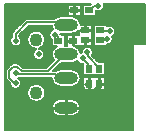
<source format=gbl>
%FSLAX24Y24*%
%MOIN*%
G70*
G01*
G75*
G04 Layer_Physical_Order=2*
G04 Layer_Color=16711680*
%ADD10C,0.0080*%
%ADD11R,0.0315X0.0110*%
%ADD12R,0.0250X0.0200*%
%ADD13R,0.0200X0.0250*%
%ADD14R,0.0110X0.0315*%
%ADD15R,0.0300X0.0300*%
%ADD16R,0.0472X0.0433*%
%ADD17R,0.0984X0.0787*%
%ADD18C,0.0100*%
%ADD19C,0.0050*%
%ADD20C,0.0080*%
%ADD21C,0.0433*%
%ADD22C,0.0200*%
%ADD23O,0.0787X0.0394*%
D10*
X3420Y4240D02*
G03*
X3410Y4300I-190J0D01*
G01*
X3145Y4070D02*
G03*
X3420Y4240I85J170D01*
G01*
X3424Y3610D02*
G03*
X3356Y3610I-34J-110D01*
G01*
X3800Y3390D02*
G03*
X3505Y3548I-190J0D01*
G01*
X3689Y3217D02*
G03*
X3800Y3390I-79J173D01*
G01*
X3710Y3130D02*
G03*
X3689Y3217I-190J0D01*
G01*
X3505Y2941D02*
G03*
X3710Y3130I15J189D01*
G01*
X2641Y3610D02*
G03*
X2354Y3885I-287J-12D01*
G01*
Y3311D02*
G03*
X2575Y3415I0J287D01*
G01*
X3014Y2579D02*
G03*
X3050Y2690I-154J111D01*
G01*
D02*
G03*
X2672Y2666I-190J0D01*
G01*
D02*
G03*
X2638Y2656I38J-186D01*
G01*
X2540Y2395D02*
G03*
X2727Y2291I170J85D01*
G01*
X2638Y2656D02*
G03*
X2460Y2880I-284J-42D01*
G01*
X2354Y2327D02*
G03*
X2540Y2395I0J287D01*
G01*
X2641Y1826D02*
G03*
X2354Y2113I-287J0D01*
G01*
Y1539D02*
G03*
X2641Y1826I0J287D01*
G01*
Y842D02*
G03*
X2354Y1129I-287J0D01*
G01*
Y555D02*
G03*
X2641Y842I0J287D01*
G01*
X1960Y3885D02*
G03*
X1762Y3805I0J-287D01*
G01*
X1674Y3575D02*
G03*
X1721Y3440I286J23D01*
G01*
D02*
G03*
X1685Y3095I59J-180D01*
G01*
X1466Y3106D02*
G03*
X1179Y2800I-306J0D01*
G01*
X1466Y3106D02*
G03*
X1179Y2800I-306J0D01*
G01*
X2004Y3260D02*
G03*
X1981Y3291I-104J-50D01*
G01*
X2004Y3260D02*
G03*
X1981Y3291I-104J-50D01*
G01*
X1854Y2880D02*
G03*
X1748Y2421I106J-266D01*
G01*
X1239Y2810D02*
G03*
X1466Y3106I-80J296D01*
G01*
X1239Y2810D02*
G03*
X1466Y3106I-80J296D01*
G01*
X1430Y2620D02*
G03*
X1239Y2810I-190J0D01*
G01*
X1179Y2800D02*
G03*
X1430Y2620I61J-180D01*
G01*
X860Y3805D02*
G03*
X779Y3771I0J-115D01*
G01*
X860Y3805D02*
G03*
X779Y3771I0J-115D01*
G01*
X389Y3381D02*
G03*
X355Y3295I81J-81D01*
G01*
X389Y3381D02*
G03*
X355Y3295I81J-81D01*
G01*
X670Y3070D02*
G03*
X588Y3226I-190J0D01*
G01*
X601Y2281D02*
G03*
X520Y2315I-81J-81D01*
G01*
X601Y2281D02*
G03*
X520Y2315I-81J-81D01*
G01*
X400D02*
G03*
X319Y2281I0J-115D01*
G01*
X359Y3216D02*
G03*
X670Y3070I121J-146D01*
G01*
X400Y2315D02*
G03*
X319Y2281I0J-115D01*
G01*
X1960Y2113D02*
G03*
X1797Y2062I0J-287D01*
G01*
X1674Y1835D02*
G03*
X1960Y1539I287J-9D01*
G01*
X1466Y1334D02*
G03*
X1466Y1334I-306J0D01*
G01*
D02*
G03*
X1466Y1334I-306J0D01*
G01*
X1960Y1129D02*
G03*
X1960Y555I0J-287D01*
G01*
X179Y2141D02*
G03*
X145Y2060I81J-81D01*
G01*
X179Y2141D02*
G03*
X145Y2060I81J-81D01*
G01*
Y1840D02*
G03*
X179Y1759I115J0D01*
G01*
X145Y1840D02*
G03*
X179Y1759I115J0D01*
G01*
X564Y1815D02*
G03*
X593Y1835I-94J165D01*
G01*
X660Y1650D02*
G03*
X564Y1815I-190J0D01*
G01*
X280Y1657D02*
G03*
X660Y1650I190J-7D01*
G01*
X3410Y4300D02*
X4790D01*
X3710Y3552D02*
Y4300D01*
X3410D02*
X4790D01*
X3420Y4250D02*
X4790D01*
X3416Y4200D02*
X4789D01*
X3397Y4150D02*
X4789D01*
X3610Y3580D02*
Y4300D01*
X3660Y3573D02*
Y4300D01*
X3560Y3573D02*
Y4300D01*
X3460Y3610D02*
Y4300D01*
X3410Y3613D02*
Y4179D01*
X4610Y2960D02*
Y4300D01*
X4660Y2960D02*
Y4300D01*
X4560Y2960D02*
Y4300D01*
X4760Y2960D02*
Y4300D01*
X4786Y2960D02*
X4790Y4300D01*
X4710Y2960D02*
Y4300D01*
X3760Y3507D02*
Y4300D01*
X4410Y2960D02*
Y4300D01*
X3510Y3552D02*
Y4300D01*
X4510Y2960D02*
Y4300D01*
X4460Y2960D02*
Y4300D01*
X3358Y4100D02*
X4789D01*
X3145Y4050D02*
X4789D01*
X3145Y4000D02*
X4789D01*
X3145Y3950D02*
X4789D01*
X3145Y3900D02*
X4789D01*
X2491Y3850D02*
X4789D01*
X3145Y3890D02*
Y4070D01*
X2715Y3890D02*
X3145D01*
X2597Y3750D02*
X4788D01*
X2622Y3700D02*
X4788D01*
X2558Y3800D02*
X4788D01*
X3360Y3611D02*
Y4101D01*
X3310Y3610D02*
Y4068D01*
X3260Y3610D02*
Y4052D01*
X3075Y3610D02*
X3356D01*
X2636Y3650D02*
X4788D01*
X3160Y3610D02*
Y4063D01*
X3210Y3610D02*
Y4051D01*
X3110Y3610D02*
Y3890D01*
X3075Y3280D02*
Y3610D01*
X3010Y2807D02*
Y3890D01*
X3712Y3550D02*
X4788D01*
X3765Y3500D02*
X4788D01*
X3505Y3600D02*
X4788D01*
X3800Y3400D02*
X4787D01*
X3796Y3350D02*
X4787D01*
X3790Y3450D02*
X4787D01*
X3505Y3548D02*
Y3610D01*
X3424D02*
X3505D01*
X3777Y3300D02*
X4787D01*
X3738Y3250D02*
X4787D01*
X3075Y3230D02*
Y3280D01*
X3709Y3150D02*
X4787D01*
X3708Y3100D02*
X4787D01*
X3697Y3200D02*
X4787D01*
X3692Y3050D02*
X4786D01*
X4390Y2960D02*
X4786D01*
X3659Y3000D02*
X4786D01*
X3581Y2950D02*
X4390D01*
X3505Y2900D02*
Y2941D01*
X3005Y3550D02*
X3075D01*
X3005Y3500D02*
X3075D01*
X3005Y3600D02*
X3075D01*
X3005Y3400D02*
X3075D01*
X3005Y3350D02*
X3075D01*
X3005Y3450D02*
X3075D01*
X3005Y3300D02*
X3075D01*
Y3230D02*
Y3280D01*
X2641Y3610D02*
X3005D01*
Y3250D02*
X3075D01*
X3005Y3230D02*
Y3280D01*
Y3230D02*
Y3280D01*
X3075Y2900D02*
X3505D01*
X3075D02*
Y3230D01*
X3005Y2950D02*
X3075D01*
X3015Y2800D02*
X4390D01*
X3040Y2750D02*
X4390D01*
X2962Y2850D02*
X4390D01*
X3005Y3150D02*
X3075D01*
X3005Y3100D02*
X3075D01*
X3005Y3200D02*
X3075D01*
X3005Y3000D02*
X3075D01*
X3005Y3050D02*
X3075D01*
X2910Y4270D02*
Y4300D01*
X2947Y4270D02*
X2978Y4300D01*
X2860Y4270D02*
Y4300D01*
X2760Y4270D02*
Y4300D01*
X2810Y4270D02*
Y4300D01*
X2715Y4270D02*
X2947D01*
X2645Y4200D02*
X2715D01*
X2645Y4150D02*
X2715D01*
X2645Y4250D02*
X2715D01*
X2645Y4050D02*
X2715D01*
X2645Y4000D02*
X2715D01*
X2645Y4100D02*
X2715D01*
X2760Y3610D02*
Y3890D01*
X2810Y3610D02*
Y3890D01*
X2715D02*
Y4270D01*
X2910Y3610D02*
Y3890D01*
X2960Y3610D02*
Y3890D01*
X2860Y3610D02*
Y3890D01*
X2660Y3610D02*
Y4300D01*
X2710Y3610D02*
Y4300D01*
X2645Y3890D02*
Y4270D01*
Y3900D02*
X2715D01*
X2645Y3950D02*
X2715D01*
X2560Y4270D02*
Y4300D01*
X2610Y4270D02*
Y4300D01*
X2460Y4270D02*
Y4300D01*
X2510Y4270D02*
Y4300D01*
X2215Y4270D02*
X2645D01*
X2360D02*
Y4300D01*
X2410Y4270D02*
Y4300D01*
X2260Y4270D02*
Y4300D01*
X2310Y4270D02*
Y4300D01*
X2610Y3727D02*
Y3890D01*
X2215D02*
X2645D01*
X2510Y3839D02*
Y3890D01*
X2560Y3797D02*
Y3890D01*
X2110Y3885D02*
Y4300D01*
X2160Y3885D02*
Y4300D01*
X2060Y3885D02*
Y4300D01*
X2215Y3890D02*
Y4270D01*
X2210Y3885D02*
Y4300D01*
X3005Y3280D02*
Y3610D01*
X2575Y3280D02*
Y3415D01*
X2560Y3260D02*
Y3398D01*
X2510Y3260D02*
Y3357D01*
X2498Y3350D02*
X2575D01*
X2460Y3260D02*
Y3331D01*
X2410Y3260D02*
Y3317D01*
X3005Y2900D02*
Y3230D01*
X2960Y2852D02*
Y2900D01*
X2615D02*
X3005D01*
X2760Y2852D02*
Y2900D01*
X2710Y2807D02*
Y2900D01*
X2516Y2850D02*
X2758D01*
X2560Y2813D02*
Y2880D01*
X2610Y2743D02*
Y2880D01*
X2460D02*
X2615D01*
X2606Y2750D02*
X2680D01*
X2572Y2800D02*
X2705D01*
X2360Y3260D02*
Y3311D01*
X2210Y3260D02*
Y3311D01*
X2260Y3260D02*
Y3311D01*
X2310Y3260D02*
Y3311D01*
X2185Y3260D02*
X2575D01*
X2110D02*
Y3311D01*
X2115Y3250D02*
X2185D01*
X2060Y3260D02*
Y3311D01*
X2115Y3150D02*
X2185D01*
X2115Y3200D02*
X2185D01*
X2115Y3100D02*
X2185D01*
X2115Y3050D02*
X2185D01*
X2115Y3000D02*
X2185D01*
X2160Y2901D02*
Y3311D01*
X2185Y2901D02*
Y3260D01*
X2115Y2901D02*
Y3260D01*
Y2901D02*
X2185D01*
X2115Y2950D02*
X2185D01*
X4310Y110D02*
Y4300D01*
X4360Y110D02*
Y4300D01*
X4210Y110D02*
Y4300D01*
X3440Y2000D02*
X4390D01*
Y110D02*
Y2960D01*
X3440Y1950D02*
X4390D01*
X4110Y110D02*
Y4300D01*
X4160Y110D02*
Y4300D01*
X4060Y110D02*
Y4300D01*
X3960Y110D02*
Y4300D01*
X4010Y110D02*
Y4300D01*
X3440Y1925D02*
Y2355D01*
X3910Y110D02*
Y4300D01*
X4260Y110D02*
Y4300D01*
X3860Y110D02*
Y4300D01*
X3760Y110D02*
Y3273D01*
X3810Y110D02*
Y4300D01*
X3710Y110D02*
Y3228D01*
X3610Y110D02*
Y2963D01*
X3660Y110D02*
Y3002D01*
X3560Y110D02*
Y2944D01*
X3510Y110D02*
Y2940D01*
X3460Y110D02*
Y2900D01*
X3050Y2700D02*
X4390D01*
X3046Y2650D02*
X4390D01*
X3027Y2600D02*
X4390D01*
X3093Y2500D02*
X4390D01*
X3143Y2450D02*
X4390D01*
X3043Y2550D02*
X4390D01*
X3160Y2433D02*
Y2900D01*
X3210Y2383D02*
Y2900D01*
X3110Y2483D02*
Y2900D01*
X3310Y2355D02*
Y2900D01*
X3360Y2355D02*
Y2900D01*
X3193Y2400D02*
X4390D01*
X3440Y2300D02*
X4390D01*
X3440Y2250D02*
X4390D01*
X3440Y2350D02*
X4390D01*
X3440Y2100D02*
X4390D01*
X3440Y2050D02*
X4390D01*
X3440Y2200D02*
X4390D01*
X3260Y2355D02*
Y2900D01*
X3410Y2355D02*
Y2900D01*
X3014Y2579D02*
X3238Y2355D01*
X3440Y2150D02*
X4390D01*
X3238Y2355D02*
X3440D01*
Y1800D02*
X4390D01*
X3440Y1750D02*
X4390D01*
X3440Y1850D02*
X4390D01*
X3440Y1700D02*
X4390D01*
X3440Y1650D02*
X4390D01*
X3360Y1855D02*
Y1925D01*
X3410Y1855D02*
Y1925D01*
X3310Y1855D02*
Y1925D01*
X3260Y1855D02*
Y1925D01*
X3210Y1855D02*
Y1925D01*
X3440Y1600D02*
X4390D01*
X3440Y1550D02*
X4390D01*
X3440Y1425D02*
Y1855D01*
Y1500D02*
X4390D01*
X3440Y1450D02*
X4390D01*
X3410Y110D02*
Y1425D01*
X3310Y110D02*
Y1425D01*
X3360Y110D02*
Y1425D01*
X3260Y110D02*
Y1425D01*
X3210Y110D02*
Y1425D01*
X3110Y1925D02*
X3440D01*
X3110Y1855D02*
X3440D01*
X2631Y1900D02*
X4390D01*
X3110Y1425D02*
X3440D01*
X2551Y1050D02*
X4390D01*
X2479Y1100D02*
X4390D01*
X3110Y1855D02*
Y1925D01*
X3160Y1855D02*
Y1925D01*
X3060D02*
X3110D01*
X3060Y1855D02*
X3110D01*
X3060D02*
X3110D01*
X2620Y950D02*
X4390D01*
X2635Y900D02*
X4390D01*
X2593Y1000D02*
X4390D01*
X2641Y850D02*
X4390D01*
X2638Y800D02*
X4390D01*
X2626Y750D02*
X4390D01*
X3110Y110D02*
Y1425D01*
X3160Y110D02*
Y1425D01*
X2603Y700D02*
X4390D01*
X2567Y650D02*
X4390D01*
X2508Y600D02*
X4390D01*
X3060Y2533D02*
Y3890D01*
X3060Y1925D02*
X3110D01*
X3010Y1855D02*
Y1925D01*
X2730D02*
X3060D01*
X2660Y2663D02*
Y2900D01*
X2730Y1925D02*
Y2287D01*
X2860Y1855D02*
Y1925D01*
X2910Y1855D02*
Y1925D01*
X2810Y1855D02*
Y1925D01*
X2960Y1855D02*
Y1925D01*
X3060Y1855D02*
Y1925D01*
X2760Y1855D02*
Y1925D01*
X2730Y1855D02*
X3060D01*
X2640Y1850D02*
X2730D01*
Y1425D02*
Y1855D01*
X2710Y110D02*
Y2290D01*
X2660Y110D02*
Y2297D01*
X2640Y1800D02*
X2730D01*
X2630Y1750D02*
X2730D01*
X2627Y2700D02*
X2670D01*
X2467Y2350D02*
X2571D01*
X2360Y2113D02*
Y2327D01*
X2110Y2113D02*
Y2327D01*
X2160Y2113D02*
Y2327D01*
X2060Y2113D02*
Y2327D01*
X2260Y2113D02*
Y2327D01*
X2310Y2113D02*
Y2327D01*
X2210Y2113D02*
Y2327D01*
X2440Y2100D02*
X2730D01*
X2533Y2050D02*
X2730D01*
X2582Y2000D02*
X2730D01*
X2613Y1950D02*
X2730D01*
X2510Y2067D02*
Y2373D01*
X2560Y2026D02*
Y2363D01*
X2460Y2093D02*
Y2347D01*
X2610Y1955D02*
Y2318D01*
X2410Y2108D02*
Y2332D01*
X2530Y1600D02*
X2730D01*
X3060Y1425D02*
X3110D01*
X3060D02*
X3110D01*
X2730D02*
X3060D01*
X2611Y1700D02*
X2730D01*
X2610Y971D02*
Y1697D01*
X2580Y1650D02*
X2730D01*
X2510Y1083D02*
Y1586D01*
X2560Y1042D02*
Y1627D01*
X2460Y1109D02*
Y1560D01*
X2860Y110D02*
Y1425D01*
X2910Y110D02*
Y1425D01*
X2810Y110D02*
Y1425D01*
X3010Y110D02*
Y1425D01*
X3060Y110D02*
Y1425D01*
X2960Y110D02*
Y1425D01*
X2610Y110D02*
Y713D01*
X2760Y110D02*
Y1425D01*
X2560Y110D02*
Y643D01*
X2510Y110D02*
Y601D01*
X2460Y110D02*
Y576D01*
X2431Y1550D02*
X2730D01*
X2410Y1123D02*
Y1545D01*
X2360Y1129D02*
Y1540D01*
X2310Y1129D02*
Y1539D01*
X2260Y1129D02*
Y1539D01*
X2160Y1129D02*
Y1539D01*
X2210Y1129D02*
Y1539D01*
X2060Y1129D02*
Y1539D01*
X2110Y1129D02*
Y1539D01*
X2410Y110D02*
Y561D01*
X2310Y110D02*
Y555D01*
X2360Y110D02*
Y555D01*
X2260Y110D02*
Y555D01*
X2160Y110D02*
Y555D01*
X2210Y110D02*
Y555D01*
X2110Y110D02*
Y555D01*
X2060Y110D02*
Y555D01*
X1960Y3885D02*
Y4300D01*
X2010Y3885D02*
Y4300D01*
X1860Y3867D02*
Y4300D01*
X1960Y3885D02*
X2354D01*
X1910Y3880D02*
Y4300D01*
X1610Y3805D02*
Y4300D01*
X1660Y3805D02*
Y4300D01*
X1510Y3805D02*
Y4300D01*
X1810Y3842D02*
Y4300D01*
X1760Y3805D02*
Y4300D01*
X1710Y3805D02*
Y4300D01*
X1560Y3805D02*
Y4300D01*
X1460Y3805D02*
Y4300D01*
X1660Y3407D02*
Y3575D01*
X1610Y3345D02*
Y3575D01*
X1410Y3805D02*
Y4300D01*
X1460Y3166D02*
Y3575D01*
X1360Y3805D02*
Y4300D01*
X1410Y3282D02*
Y3575D01*
X1360Y3338D02*
Y3575D01*
X110Y4300D02*
X2977D01*
X110Y4250D02*
X2215D01*
X110Y4300D02*
X2978D01*
X110Y4150D02*
X2215D01*
X110Y4100D02*
X2215D01*
X110Y4200D02*
X2215D01*
X110Y4050D02*
X2215D01*
X1260Y3805D02*
Y4300D01*
X110Y4000D02*
X2215D01*
X110Y3900D02*
X2215D01*
X110Y3850D02*
X1823D01*
X110Y3950D02*
X2215D01*
X908Y3575D02*
X1674D01*
X883Y3550D02*
X1677D01*
X860Y3805D02*
X1762D01*
X833Y3500D02*
X1691D01*
X1245Y3400D02*
X1652D01*
X783Y3450D02*
X1715D01*
X1310Y3805D02*
Y4300D01*
Y3373D02*
Y3575D01*
X1260Y3395D02*
Y3575D01*
X2010Y3260D02*
Y3311D01*
X1963D02*
X2354D01*
X2004Y3260D02*
X2115D01*
X1447Y3000D02*
X1685D01*
X1451Y3200D02*
X1600D01*
X1463Y3150D02*
X1625D01*
X1430Y3250D02*
X1590D01*
X1466Y3100D02*
X1678D01*
X1685Y2880D02*
Y3095D01*
X1461Y3050D02*
X1685D01*
Y2880D02*
X1854D01*
X1760Y2819D02*
Y2880D01*
X1979Y2327D02*
X2354D01*
X1953Y2300D02*
X2649D01*
X1903Y2250D02*
X2730D01*
X1710Y2754D02*
Y2880D01*
X1660Y2333D02*
Y3113D01*
X1610Y2283D02*
Y3175D01*
X1710Y2383D02*
Y2474D01*
X1429Y2600D02*
X1674D01*
X1423Y2950D02*
X1685D01*
X1387Y2900D02*
X1685D01*
X1345Y3350D02*
X1613D01*
X1328Y2850D02*
X1798D01*
X1379Y2750D02*
X1708D01*
X1301Y2800D02*
X1742D01*
X1397Y3300D02*
X1594D01*
X1360Y2767D02*
Y2874D01*
X1410Y2705D02*
Y2929D01*
X1310Y2797D02*
Y2839D01*
X1412Y2700D02*
X1687D01*
X1417Y2550D02*
X1681D01*
X1387Y2500D02*
X1697D01*
X1325Y2450D02*
X1725D01*
X110Y2400D02*
X1727D01*
X110Y2350D02*
X1677D01*
X1428Y2650D02*
X1676D01*
X633Y2250D02*
X1577D01*
X577Y2300D02*
X1627D01*
X1010Y3805D02*
Y4300D01*
X1060Y3805D02*
Y4300D01*
X960Y3805D02*
Y4300D01*
X1160Y3805D02*
Y4300D01*
X1210Y3805D02*
Y4300D01*
X1110Y3805D02*
Y4300D01*
X860Y3805D02*
Y4300D01*
X910Y3805D02*
Y4300D01*
X760Y3753D02*
Y4300D01*
X810Y3794D02*
Y4300D01*
X1160Y3412D02*
Y3575D01*
X1210Y3408D02*
Y3575D01*
X1110Y3408D02*
Y3575D01*
X1060Y3396D02*
Y3575D01*
X1010Y3373D02*
Y3575D01*
X733Y3400D02*
X1073D01*
X960Y3339D02*
Y3575D01*
X910Y3284D02*
Y3575D01*
X710Y3703D02*
Y4300D01*
X860Y3171D02*
Y3527D01*
X683Y3350D02*
X974D01*
X660Y3653D02*
Y4300D01*
X610Y3603D02*
Y4300D01*
X110Y3800D02*
X827D01*
X110Y3700D02*
X707D01*
X110Y3650D02*
X657D01*
X110Y3750D02*
X757D01*
X560Y3553D02*
Y4300D01*
X510Y3503D02*
Y4300D01*
X460Y3453D02*
Y4300D01*
X110Y3550D02*
X557D01*
X110Y3500D02*
X507D01*
X110Y3600D02*
X607D01*
X410Y3403D02*
Y4300D01*
X587Y3254D02*
X908Y3575D01*
X389Y3381D02*
X779Y3771D01*
X110Y3400D02*
X407D01*
X660Y3131D02*
Y3327D01*
X110Y3450D02*
X457D01*
X360Y3333D02*
Y4300D01*
X310Y3155D02*
Y4300D01*
X110Y3350D02*
X366D01*
X633Y3300D02*
X922D01*
X657Y3000D02*
X872D01*
X619Y3200D02*
X868D01*
X627Y2950D02*
X896D01*
X1110Y2759D02*
Y2803D01*
X565Y2900D02*
X932D01*
X610Y3209D02*
Y3277D01*
X355Y3295D02*
X359Y3216D01*
X668Y3100D02*
X853D01*
X669Y3050D02*
X858D01*
X652Y3150D02*
X856D01*
X1060Y2681D02*
Y2816D01*
X610Y2273D02*
Y2931D01*
X560Y2308D02*
Y2898D01*
X400Y2315D02*
X520D01*
X410D02*
Y2893D01*
X510Y2315D02*
Y2882D01*
X360Y2308D02*
Y2923D01*
X460Y2315D02*
Y2881D01*
X110Y3250D02*
X357D01*
X110Y3300D02*
X355D01*
X110Y2900D02*
X395D01*
X110Y2850D02*
X991D01*
X110Y3200D02*
X341D01*
X110Y3100D02*
X292D01*
X110Y3050D02*
X291D01*
X110Y3150D02*
X308D01*
X110Y2950D02*
X333D01*
X110Y3000D02*
X303D01*
X110Y2750D02*
X1101D01*
X110Y2700D02*
X1068D01*
X110Y2800D02*
X1139D01*
X110Y2500D02*
X1093D01*
X110Y2450D02*
X1155D01*
X110Y2550D02*
X1063D01*
X110Y2650D02*
X1052D01*
X310Y2273D02*
Y2985D01*
X110Y2600D02*
X1051D01*
X110Y2300D02*
X343D01*
X1960Y2113D02*
Y2307D01*
X2010Y2113D02*
Y2327D01*
X1910Y2109D02*
Y2257D01*
X1853Y2200D02*
X2730D01*
X1960Y2113D02*
X2354D01*
X1803Y2150D02*
X2730D01*
X1860Y2095D02*
Y2207D01*
X1810Y2071D02*
Y2157D01*
X1560Y2233D02*
Y3575D01*
X1753Y2100D02*
X1875D01*
X1760Y2065D02*
Y2107D01*
X1718Y2065D02*
X1770D01*
X1718D02*
X1979Y2327D01*
X1960Y1129D02*
Y1539D01*
X1910Y1124D02*
Y1544D01*
X1860Y1111D02*
Y1558D01*
X1710Y982D02*
Y1686D01*
X1660Y110D02*
Y1835D01*
X1610Y110D02*
Y1835D01*
X1810Y1086D02*
Y1582D01*
X1760Y1047D02*
Y1621D01*
X683Y2200D02*
X1527D01*
X1492Y2165D02*
X1748Y2421D01*
X593Y1835D02*
X1674D01*
X632Y1750D02*
X1684D01*
X653Y1700D02*
X1703D01*
X587Y1800D02*
X1675D01*
X1510Y2183D02*
Y3575D01*
X1460Y2165D02*
Y3046D01*
X1410Y2165D02*
Y2535D01*
X1310Y2165D02*
Y2443D01*
X1360Y2165D02*
Y2473D01*
X718Y2165D02*
X1492D01*
X1510Y110D02*
Y1835D01*
X1560Y110D02*
Y1835D01*
X660Y1650D02*
X1734D01*
X1312Y1600D02*
X1784D01*
X1377Y1550D02*
X1883D01*
X1360Y1566D02*
Y1835D01*
X1410Y1511D02*
Y1835D01*
X1310Y1601D02*
Y1835D01*
X1460Y1394D02*
Y1835D01*
X1466Y1350D02*
X4390D01*
X1464Y1300D02*
X4390D01*
X1459Y1400D02*
X4390D01*
X1454Y1250D02*
X4390D01*
X1435Y1200D02*
X4390D01*
X1404Y1150D02*
X4390D01*
X1960Y1539D02*
X2354D01*
X2010Y1129D02*
Y1539D01*
X1417Y1500D02*
X2730D01*
X1960Y1129D02*
X2354D01*
X1443Y1450D02*
X2730D01*
X1860Y110D02*
Y573D01*
X1910Y110D02*
Y560D01*
X1960Y555D02*
X2354D01*
X2010Y110D02*
Y555D01*
X1960Y110D02*
Y555D01*
X1460Y110D02*
Y1274D01*
X1710Y110D02*
Y702D01*
X1410Y110D02*
Y1158D01*
X1810Y110D02*
Y598D01*
X1760Y110D02*
Y637D01*
X1357Y1100D02*
X1835D01*
X1274Y1050D02*
X1763D01*
X110Y1000D02*
X1721D01*
X110Y650D02*
X1747D01*
X110Y600D02*
X1806D01*
X110Y700D02*
X1711D01*
X110Y900D02*
X1679D01*
X110Y850D02*
X1674D01*
X110Y950D02*
X1695D01*
X110Y750D02*
X1689D01*
X110Y800D02*
X1677D01*
X110Y500D02*
X4390D01*
X110Y450D02*
X4390D01*
X110Y550D02*
X4390D01*
X110Y350D02*
X4390D01*
X110Y300D02*
X4390D01*
X110Y400D02*
X4390D01*
X110Y250D02*
X4390D01*
X1360Y110D02*
Y1102D01*
X110Y200D02*
X4390D01*
X110Y110D02*
X4390D01*
X110Y150D02*
X4390D01*
X1110Y2165D02*
Y2481D01*
X1160Y2165D02*
Y2448D01*
X1060Y2165D02*
Y2559D01*
X1210Y2165D02*
Y2432D01*
X1260Y2165D02*
Y2431D01*
X1160Y1641D02*
Y1835D01*
X810Y2165D02*
Y3477D01*
X860Y2165D02*
Y3040D01*
X760Y2165D02*
Y3427D01*
X960Y2165D02*
Y2873D01*
X1010Y2165D02*
Y2838D01*
X910Y2165D02*
Y2928D01*
X1060Y1624D02*
Y1835D01*
X1010Y1602D02*
Y1835D01*
X960Y1567D02*
Y1835D01*
X1210Y1636D02*
Y1835D01*
X1260Y1624D02*
Y1835D01*
X1110Y1637D02*
Y1835D01*
X760Y110D02*
Y1835D01*
X810Y110D02*
Y1835D01*
X710Y110D02*
Y1835D01*
X910Y1512D02*
Y1835D01*
X860Y1400D02*
Y1835D01*
X660Y2223D02*
Y3009D01*
X710Y2173D02*
Y3377D01*
X260Y2223D02*
Y4300D01*
X601Y2281D02*
X718Y2165D01*
X179Y2141D02*
X319Y2281D01*
X110Y2250D02*
X287D01*
X210Y2173D02*
Y4300D01*
X160Y2117D02*
Y4300D01*
X110Y2200D02*
X237D01*
X110Y2150D02*
X187D01*
X110Y2100D02*
X152D01*
X110Y2050D02*
X145D01*
X110Y2000D02*
X145D01*
X110Y1950D02*
X145D01*
Y1840D02*
Y2060D01*
X110Y110D02*
Y4300D01*
X110Y110D02*
Y4300D01*
Y1850D02*
X145D01*
X110Y1900D02*
X145D01*
X1010Y110D02*
Y1067D01*
X1310Y110D02*
Y1067D01*
X653Y1600D02*
X1007D01*
X1110Y110D02*
Y1032D01*
X1260Y110D02*
Y1045D01*
X1060Y110D02*
Y1044D01*
X610Y1778D02*
Y1835D01*
X632Y1550D02*
X942D01*
X960Y110D02*
Y1101D01*
X587Y1500D02*
X902D01*
X660Y110D02*
Y1835D01*
X860Y110D02*
Y1269D01*
X610Y110D02*
Y1522D01*
X1160Y110D02*
Y1028D01*
X1210Y110D02*
Y1032D01*
X910Y110D02*
Y1156D01*
X410Y110D02*
Y1470D01*
X560Y110D02*
Y1483D01*
X360Y110D02*
Y1495D01*
X510Y110D02*
Y1464D01*
X460Y110D02*
Y1460D01*
X110Y1600D02*
X287D01*
X110Y1550D02*
X308D01*
X110Y1450D02*
X876D01*
X110Y1400D02*
X860D01*
X110Y1500D02*
X353D01*
X110Y1800D02*
X152D01*
X179Y1759D02*
X280Y1657D01*
X110Y1750D02*
X187D01*
X110Y1650D02*
X280D01*
X110Y1700D02*
X237D01*
X110Y1250D02*
X865D01*
X110Y1200D02*
X884D01*
X110Y1300D02*
X855D01*
X110Y1100D02*
X962D01*
X110Y1050D02*
X1045D01*
X110Y1150D02*
X914D01*
X210Y110D02*
Y1727D01*
X260Y110D02*
Y1677D01*
X160Y110D02*
Y1783D01*
X310Y110D02*
Y1548D01*
X110Y1350D02*
X853D01*
D12*
X2430Y4080D02*
D03*
X2930D02*
D03*
X2400Y3070D02*
D03*
X1900D02*
D03*
X3290Y3420D02*
D03*
X2790D02*
D03*
X3290Y3090D02*
D03*
X2790D02*
D03*
D13*
X3250Y1640D02*
D03*
Y2140D02*
D03*
X2920D02*
D03*
Y1640D02*
D03*
D18*
X2430Y4080D02*
X2605D01*
X2430D02*
Y4230D01*
X2255Y4080D02*
X2430D01*
Y3930D02*
Y4080D01*
X2790Y3420D02*
Y3570D01*
Y3420D02*
X2965D01*
X2790Y3090D02*
X2965D01*
X2790Y2940D02*
Y3090D01*
X2615Y3420D02*
X2790D01*
X2400Y3070D02*
Y3220D01*
Y2920D02*
Y3070D01*
X2225D02*
X2400D01*
X3250Y1640D02*
X3400D01*
X3250D02*
Y1815D01*
Y1465D02*
Y1640D01*
X2920D02*
Y1815D01*
X2770Y1640D02*
X2920D01*
Y1465D02*
Y1640D01*
X2157Y842D02*
Y1089D01*
Y842D02*
X2601D01*
X2157Y595D02*
Y842D01*
X1713D02*
X2157D01*
D19*
X2700Y2460D02*
X2720D01*
X2870Y2560D02*
Y2700D01*
X2890Y2170D02*
Y2290D01*
X3320Y3390D02*
X3610D01*
X3300Y3410D02*
X3390Y3500D01*
X3470Y3100D02*
X3510Y3140D01*
X3300Y3100D02*
X3470D01*
X430Y1980D02*
X460Y1950D01*
X400Y2200D02*
X520D01*
X670Y2050D01*
X2910Y4070D02*
X3080Y4240D01*
X3230D01*
X260Y1840D02*
X460Y1640D01*
X260Y1840D02*
Y2060D01*
X400Y2200D01*
X470Y3300D02*
X480Y3070D01*
X470Y3300D02*
X860Y3690D01*
X2080D01*
X1770Y1950D02*
X1910Y1810D01*
X460Y1950D02*
X1770D01*
X1760Y3260D02*
X1850D01*
X2870Y2560D02*
X3260Y2170D01*
X2720Y2460D02*
X2890Y2290D01*
X670Y2050D02*
X1540D01*
X2100Y2610D01*
X1270Y2620D02*
Y2630D01*
X1930Y3610D02*
X2150D01*
X2170D02*
X2180Y3600D01*
X2150Y2640D02*
Y2763D01*
X2064Y2676D02*
X2150Y2763D01*
X1900Y3070D02*
Y3210D01*
X1850Y3260D02*
X1900Y3210D01*
X2100Y2610D02*
X2157D01*
D21*
X1159Y1334D02*
D03*
Y3106D02*
D03*
D22*
X480Y3070D02*
D03*
X4720Y3100D02*
D03*
X2690Y1480D02*
D03*
X3140Y1440D02*
D03*
X2520Y2260D02*
D03*
X470Y1650D02*
D03*
X1610Y1090D02*
D03*
X2180Y1430D02*
D03*
X2980Y230D02*
D03*
X2100Y2250D02*
D03*
X830Y3290D02*
D03*
X470Y1980D02*
D03*
X1810Y4120D02*
D03*
X3380Y4040D02*
D03*
X220Y200D02*
D03*
X2860Y2690D02*
D03*
X3690Y1100D02*
D03*
X2710Y2480D02*
D03*
X1240Y2620D02*
D03*
X1780Y3260D02*
D03*
X3230Y4240D02*
D03*
X1270Y1750D02*
D03*
X3490Y3710D02*
D03*
X250Y2300D02*
D03*
X180Y4230D02*
D03*
X3300Y2540D02*
D03*
X1910Y220D02*
D03*
X3610Y3390D02*
D03*
X3520Y3130D02*
D03*
X4120Y200D02*
D03*
X2860Y710D02*
D03*
X720Y1080D02*
D03*
X3700Y200D02*
D03*
X750Y2230D02*
D03*
X220Y1240D02*
D03*
X1550Y3000D02*
D03*
X510Y4230D02*
D03*
X1410Y3430D02*
D03*
X3230Y3700D02*
D03*
X4430Y3100D02*
D03*
X220Y720D02*
D03*
D23*
X2157Y3598D02*
D03*
Y2614D02*
D03*
Y1826D02*
D03*
Y842D02*
D03*
M02*

</source>
